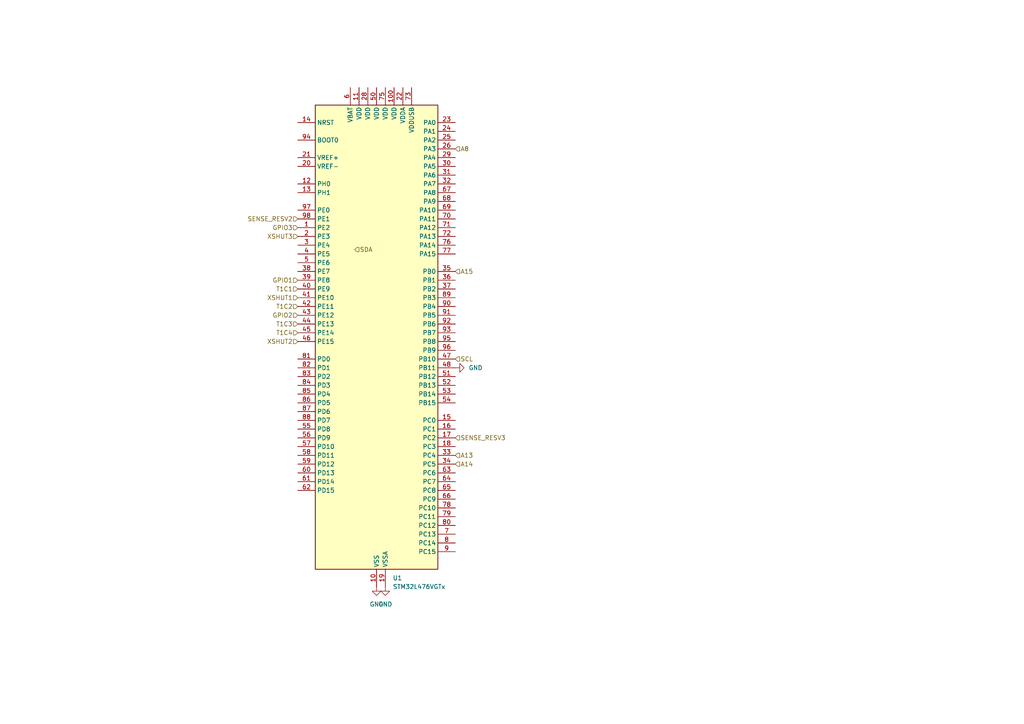
<source format=kicad_sch>
(kicad_sch (version 20250114) (generator "eeschema") (generator_version "9.0")
  (paper "A4")
  (lib_symbols
    (symbol "MCU_ST_STM32L4:STM32L476VGTx"
      (property "Reference" "U" (at -17.78 69.85 0))
      (property "Value" "STM32L476VGTx" (at 12.7 69.85 0))
      (symbol "STM32L476VGTx_0_1"
        (rectangle (start -17.78 -66.04) (end 17.78 68.58) (stroke (width 0.254)) (fill (type background)))
      )
      (symbol "STM32L476VGTx_1_1"
        (pin input line (at -22.86 63.5 0) (length 5.08) (name "NRST") (number "14"))
        (pin input line (at -22.86 58.42 0) (length 5.08) (name "BOOT0") (number "94"))
        (pin input line (at -22.86 53.34 0) (length 5.08) (name "VREF+") (number "21"))
        (pin input line (at -22.86 50.8 0) (length 5.08) (name "VREF-") (number "20"))
        (pin bidirectional line (at -22.86 45.72 0) (length 5.08) (name "PH0") (number "12"))
        (pin bidirectional line (at -22.86 43.18 0) (length 5.08) (name "PH1") (number "13"))
        (pin bidirectional line (at -22.86 38.1 0) (length 5.08) (name "PE0") (number "97"))
        (pin bidirectional line (at -22.86 35.56 0) (length 5.08) (name "PE1") (number "98"))
        (pin bidirectional line (at -22.86 33.02 0) (length 5.08) (name "PE2") (number "1"))
        (pin bidirectional line (at -22.86 30.48 0) (length 5.08) (name "PE3") (number "2"))
        (pin bidirectional line (at -22.86 27.94 0) (length 5.08) (name "PE4") (number "3"))
        (pin bidirectional line (at -22.86 25.4 0) (length 5.08) (name "PE5") (number "4"))
        (pin bidirectional line (at -22.86 22.86 0) (length 5.08) (name "PE6") (number "5"))
        (pin bidirectional line (at -22.86 20.32 0) (length 5.08) (name "PE7") (number "38"))
        (pin bidirectional line (at -22.86 17.78 0) (length 5.08) (name "PE8") (number "39"))
        (pin bidirectional line (at -22.86 15.24 0) (length 5.08) (name "PE9") (number "40"))
        (pin bidirectional line (at -22.86 12.7 0) (length 5.08) (name "PE10") (number "41"))
        (pin bidirectional line (at -22.86 10.16 0) (length 5.08) (name "PE11") (number "42"))
        (pin bidirectional line (at -22.86 7.62 0) (length 5.08) (name "PE12") (number "43"))
        (pin bidirectional line (at -22.86 5.08 0) (length 5.08) (name "PE13") (number "44"))
        (pin bidirectional line (at -22.86 2.54 0) (length 5.08) (name "PE14") (number "45"))
        (pin bidirectional line (at -22.86 0 0) (length 5.08) (name "PE15") (number "46"))
        (pin bidirectional line (at -22.86 -5.08 0) (length 5.08) (name "PD0") (number "81"))
        (pin bidirectional line (at -22.86 -7.62 0) (length 5.08) (name "PD1") (number "82"))
        (pin bidirectional line (at -22.86 -10.16 0) (length 5.08) (name "PD2") (number "83"))
        (pin bidirectional line (at -22.86 -12.7 0) (length 5.08) (name "PD3") (number "84"))
        (pin bidirectional line (at -22.86 -15.24 0) (length 5.08) (name "PD4") (number "85"))
        (pin bidirectional line (at -22.86 -17.78 0) (length 5.08) (name "PD5") (number "86"))
        (pin bidirectional line (at -22.86 -20.32 0) (length 5.08) (name "PD6") (number "87"))
        (pin bidirectional line (at -22.86 -22.86 0) (length 5.08) (name "PD7") (number "88"))
        (pin bidirectional line (at -22.86 -25.4 0) (length 5.08) (name "PD8") (number "55"))
        (pin bidirectional line (at -22.86 -27.94 0) (length 5.08) (name "PD9") (number "56"))
        (pin bidirectional line (at -22.86 -30.48 0) (length 5.08) (name "PD10") (number "57"))
        (pin bidirectional line (at -22.86 -33.02 0) (length 5.08) (name "PD11") (number "58"))
        (pin bidirectional line (at -22.86 -35.56 0) (length 5.08) (name "PD12") (number "59"))
        (pin bidirectional line (at -22.86 -38.1 0) (length 5.08) (name "PD13") (number "60"))
        (pin bidirectional line (at -22.86 -40.64 0) (length 5.08) (name "PD14") (number "61"))
        (pin bidirectional line (at -22.86 -43.18 0) (length 5.08) (name "PD15") (number "62"))
        (pin power_in line (at -7.62 73.66 270) (length 5.08) (name "VBAT") (number "6"))
        (pin power_in line (at -5.08 73.66 270) (length 5.08) (name "VDD") (number "11"))
        (pin power_in line (at -2.54 73.66 270) (length 5.08) (name "VDD") (number "28"))
        (pin power_in line (at 0 73.66 270) (length 5.08) (name "VDD") (number "50"))
        (pin power_in line (at 0 -71.12 90) (length 5.08) (name "VSS") (number "10"))
        (pin passive line (at 0 -71.12 90) (length 5.08) (hide yes) (name "VSS") (number "27"))
        (pin passive line (at 0 -71.12 90) (length 5.08) (hide yes) (name "VSS") (number "49"))
        (pin passive line (at 0 -71.12 90) (length 5.08) (hide yes) (name "VSS") (number "74"))
        (pin passive line (at 0 -71.12 90) (length 5.08) (hide yes) (name "VSS") (number "99"))
        (pin power_in line (at 2.54 73.66 270) (length 5.08) (name "VDD") (number "75"))
        (pin power_in line (at 2.54 -71.12 90) (length 5.08) (name "VSSA") (number "19"))
        (pin power_in line (at 5.08 73.66 270) (length 5.08) (name "VDD") (number "100"))
        (pin power_in line (at 7.62 73.66 270) (length 5.08) (name "VDDA") (number "22"))
        (pin power_in line (at 10.16 73.66 270) (length 5.08) (name "VDDUSB") (number "73"))
        (pin bidirectional line (at 22.86 63.5 180) (length 5.08) (name "PA0") (number "23"))
        (pin bidirectional line (at 22.86 60.96 180) (length 5.08) (name "PA1") (number "24"))
        (pin bidirectional line (at 22.86 58.42 180) (length 5.08) (name "PA2") (number "25"))
        (pin bidirectional line (at 22.86 55.88 180) (length 5.08) (name "PA3") (number "26"))
        (pin bidirectional line (at 22.86 53.34 180) (length 5.08) (name "PA4") (number "29"))
        (pin bidirectional line (at 22.86 50.8 180) (length 5.08) (name "PA5") (number "30"))
        (pin bidirectional line (at 22.86 48.26 180) (length 5.08) (name "PA6") (number "31"))
        (pin bidirectional line (at 22.86 45.72 180) (length 5.08) (name "PA7") (number "32"))
        (pin bidirectional line (at 22.86 43.18 180) (length 5.08) (name "PA8") (number "67"))
        (pin bidirectional line (at 22.86 40.64 180) (length 5.08) (name "PA9") (number "68"))
        (pin bidirectional line (at 22.86 38.1 180) (length 5.08) (name "PA10") (number "69"))
        (pin bidirectional line (at 22.86 35.56 180) (length 5.08) (name "PA11") (number "70"))
        (pin bidirectional line (at 22.86 33.02 180) (length 5.08) (name "PA12") (number "71"))
        (pin bidirectional line (at 22.86 30.48 180) (length 5.08) (name "PA13") (number "72"))
        (pin bidirectional line (at 22.86 27.94 180) (length 5.08) (name "PA14") (number "76"))
        (pin bidirectional line (at 22.86 25.4 180) (length 5.08) (name "PA15") (number "77"))
        (pin bidirectional line (at 22.86 20.32 180) (length 5.08) (name "PB0") (number "35"))
        (pin bidirectional line (at 22.86 17.78 180) (length 5.08) (name "PB1") (number "36"))
        (pin bidirectional line (at 22.86 15.24 180) (length 5.08) (name "PB2") (number "37"))
        (pin bidirectional line (at 22.86 12.7 180) (length 5.08) (name "PB3") (number "89"))
        (pin bidirectional line (at 22.86 10.16 180) (length 5.08) (name "PB4") (number "90"))
        (pin bidirectional line (at 22.86 7.62 180) (length 5.08) (name "PB5") (number "91"))
        (pin bidirectional line (at 22.86 5.08 180) (length 5.08) (name "PB6") (number "92"))
        (pin bidirectional line (at 22.86 2.54 180) (length 5.08) (name "PB7") (number "93"))
        (pin bidirectional line (at 22.86 0 180) (length 5.08) (name "PB8") (number "95"))
        (pin bidirectional line (at 22.86 -2.54 180) (length 5.08) (name "PB9") (number "96"))
        (pin bidirectional line (at 22.86 -5.08 180) (length 5.08) (name "PB10") (number "47"))
        (pin bidirectional line (at 22.86 -7.62 180) (length 5.08) (name "PB11") (number "48"))
        (pin bidirectional line (at 22.86 -10.16 180) (length 5.08) (name "PB12") (number "51"))
        (pin bidirectional line (at 22.86 -12.7 180) (length 5.08) (name "PB13") (number "52"))
        (pin bidirectional line (at 22.86 -15.24 180) (length 5.08) (name "PB14") (number "53"))
        (pin bidirectional line (at 22.86 -17.78 180) (length 5.08) (name "PB15") (number "54"))
        (pin bidirectional line (at 22.86 -22.86 180) (length 5.08) (name "PC0") (number "15"))
        (pin bidirectional line (at 22.86 -25.4 180) (length 5.08) (name "PC1") (number "16"))
        (pin bidirectional line (at 22.86 -27.94 180) (length 5.08) (name "PC2") (number "17"))
        (pin bidirectional line (at 22.86 -30.48 180) (length 5.08) (name "PC3") (number "18"))
        (pin bidirectional line (at 22.86 -33.02 180) (length 5.08) (name "PC4") (number "33"))
        (pin bidirectional line (at 22.86 -35.56 180) (length 5.08) (name "PC5") (number "34"))
        (pin bidirectional line (at 22.86 -38.1 180) (length 5.08) (name "PC6") (number "63"))
        (pin bidirectional line (at 22.86 -40.64 180) (length 5.08) (name "PC7") (number "64"))
        (pin bidirectional line (at 22.86 -43.18 180) (length 5.08) (name "PC8") (number "65"))
        (pin bidirectional line (at 22.86 -45.72 180) (length 5.08) (name "PC9") (number "66"))
        (pin bidirectional line (at 22.86 -48.26 180) (length 5.08) (name "PC10") (number "78"))
        (pin bidirectional line (at 22.86 -50.8 180) (length 5.08) (name "PC11") (number "79"))
        (pin bidirectional line (at 22.86 -53.34 180) (length 5.08) (name "PC12") (number "80"))
        (pin bidirectional line (at 22.86 -55.88 180) (length 5.08) (name "PC13") (number "7"))
        (pin bidirectional line (at 22.86 -58.42 180) (length 5.08) (name "PC14") (number "8"))
        (pin bidirectional line (at 22.86 -60.96 180) (length 5.08) (name "PC15") (number "9"))
      )
    )
    (symbol "power:GND" (power) (pin_numbers (hide yes)) (pin_names (offset 0) (hide yes))
      (property "Value" "GND" (at 0 -3.81 0))
      (symbol "GND_0_1"
        (polyline (pts (xy 0 0) (xy 0 -1.27) (xy 1.27 -1.27) (xy 0 -2.54) (xy -1.27 -1.27) (xy 0 -1.27)))
      )
      (symbol "GND_1_1"
        (pin power_in line (at 0 0 270) (length 0) (name "~") (number "1"))
      )
    )
  )
  (hierarchical_label "A14" (shape input) (at 132.08 134.62 0))
  (hierarchical_label "SENSE_RESV3" (shape input) (at 132.08 127 0))
  (hierarchical_label "SDA" (shape input) (at 102.87 72.39 0))
  (hierarchical_label "T1C4" (shape input) (at 86.36 96.52 180))
  (hierarchical_label "SENSE_RESV2" (shape input) (at 86.36 63.5 180))
  (hierarchical_label "T1C1" (shape input) (at 86.36 83.82 180))
  (hierarchical_label "GPIO2" (shape input) (at 86.36 91.44 180))
  (hierarchical_label "A13" (shape input) (at 132.08 132.08 0))
  (hierarchical_label "GPIO1" (shape input) (at 86.36 81.28 180))
  (hierarchical_label "SCL" (shape input) (at 132.08 104.14 0))
  (hierarchical_label "T1C3" (shape input) (at 86.36 93.98 180))
  (hierarchical_label "A15" (shape input) (at 132.08 78.74 0))
  (hierarchical_label "T1C2" (shape input) (at 86.36 88.9 180))
  (hierarchical_label "A8" (shape input) (at 132.08 43.18 0))
  (hierarchical_label "XSHUT1" (shape input) (at 86.36 86.36 180))
  (hierarchical_label "XSHUT2" (shape input) (at 86.36 99.06 180))
  (hierarchical_label "XSHUT3" (shape input) (at 86.36 68.58 180))
  (hierarchical_label "GPIO3" (shape input) (at 86.36 66.04 180))
  (symbol (lib_id "power:GND") (at 132.08 106.68 90) (unit 1)
    (property "Reference" "#PWR09" (effects (hide yes)))
    (property "Value" "GND" (at 135.89 106.6799 90) (effects (justify right)))
    (property "Description" "Power symbol creates a global label with name \"GND\" , ground" (effects (hide yes)))
  )
  (symbol (lib_id "MCU_ST_STM32L4:STM32L476VGTx") (at 109.22 99.06 0) (unit 1)
    (property "Reference" "U1" (at 113.9033 167.64 0) (effects (justify left)))
    (property "Value" "STM32L476VGTx" (at 113.9033 170.18 0) (effects (justify left)))
    (property "Footprint" "Package_QFP:LQFP-100_14x14mm_P0.5mm" (effects (hide yes)))
    (property "Datasheet" "https://www.st.com/resource/en/datasheet/stm32l476vg.pdf" (effects (hide yes)))
    (property "Description" "STMicroelectronics Arm Cortex-M4 MCU, 1024KB flash, 128KB RAM, 80 MHz, 1.71-3.6V, 82 GPIO, LQFP100" (effects (hide yes)))
  )
  (symbol (lib_id "power:GND") (at 109.22 170.18 0) (unit 1)
    (property "Reference" "#PWR010" (effects (hide yes)))
    (property "Value" "GND" (at 109.22 175.26 0))
    (property "Description" "Power symbol creates a global label with name \"GND\" , ground" (effects (hide yes)))
  )
  (symbol (lib_id "power:GND") (at 111.76 170.18 0) (unit 1)
    (property "Reference" "#PWR013" (effects (hide yes)))
    (property "Value" "GND" (at 111.76 175.26 0))
    (property "Description" "Power symbol creates a global label with name \"GND\" , ground" (effects (hide yes)))
  )
)
</source>
